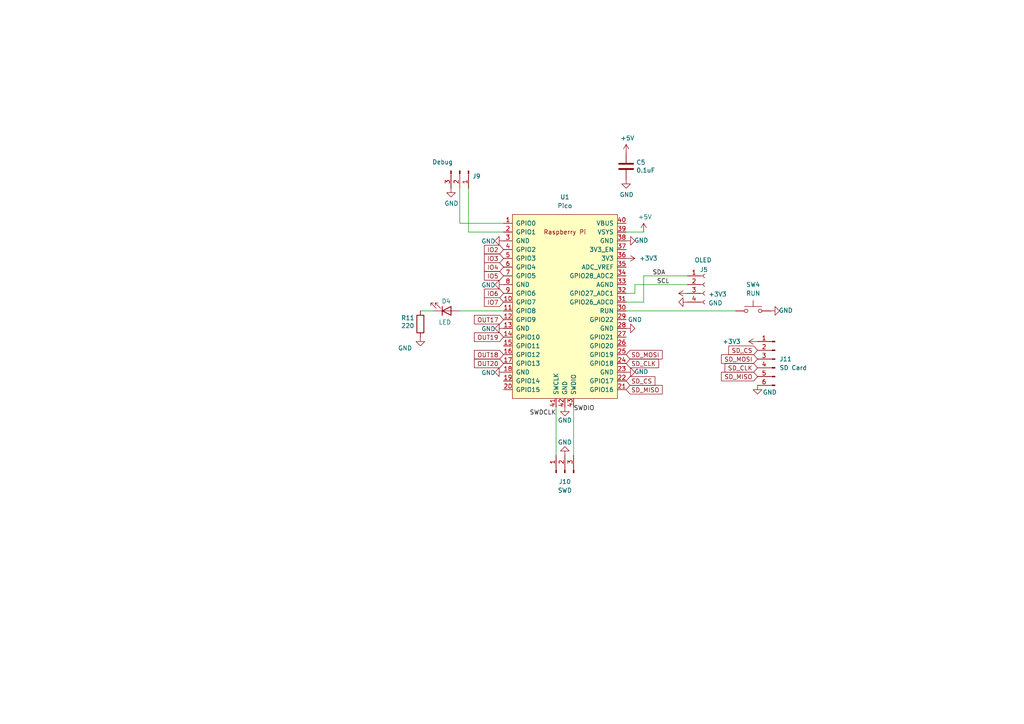
<source format=kicad_sch>
(kicad_sch (version 20230121) (generator eeschema)
  (paper "A4")
  (title_block (title "Button Station") (date "2023-09-23") (rev "v1"))
  (lib_symbols
    (symbol "Connector:Conn_01x03_Male" (pin_names (offset 1.016) hide)
      (property "Reference" "J" (at 0 5.08 0))
      (property "Value" "Conn_01x03_Male" (at 0 -5.08 0))
      (symbol "Conn_01x03_Male_1_1"
        (polyline (pts (xy 1.27 -2.54) (xy 0.8636 -2.54)) (stroke (width 0.1524)))
        (polyline (pts (xy 1.27 0) (xy 0.8636 0)) (stroke (width 0.1524)))
        (polyline (pts (xy 1.27 2.54) (xy 0.8636 2.54)) (stroke (width 0.1524)))
        (rectangle (start 0.8636 -2.413) (end 0 -2.667) (stroke (width 0.1524)) (fill (type outline)))
        (rectangle (start 0.8636 0.127) (end 0 -0.127) (stroke (width 0.1524)) (fill (type outline)))
        (rectangle (start 0.8636 2.667) (end 0 2.413) (stroke (width 0.1524)) (fill (type outline)))
        (pin passive line (at 5.08 2.54 180) (length 3.81) (name "Pin_1") (number "1"))
        (pin passive line (at 5.08 0 180) (length 3.81) (name "Pin_2") (number "2"))
        (pin passive line (at 5.08 -2.54 180) (length 3.81) (name "Pin_3") (number "3"))
      )
    )
    (symbol "Connector:Conn_01x03_Pin" (pin_names (offset 1.016) hide)
      (property "Reference" "J" (at 0 5.08 0))
      (property "Value" "Conn_01x03_Pin" (at 0 -5.08 0))
      (symbol "Conn_01x03_Pin_1_1"
        (polyline (pts (xy 1.27 -2.54) (xy 0.8636 -2.54)) (stroke (width 0.1524)))
        (polyline (pts (xy 1.27 0) (xy 0.8636 0)) (stroke (width 0.1524)))
        (polyline (pts (xy 1.27 2.54) (xy 0.8636 2.54)) (stroke (width 0.1524)))
        (rectangle (start 0.8636 -2.413) (end 0 -2.667) (stroke (width 0.1524)) (fill (type outline)))
        (rectangle (start 0.8636 0.127) (end 0 -0.127) (stroke (width 0.1524)) (fill (type outline)))
        (rectangle (start 0.8636 2.667) (end 0 2.413) (stroke (width 0.1524)) (fill (type outline)))
        (pin passive line (at 5.08 2.54 180) (length 3.81) (name "Pin_1") (number "1"))
        (pin passive line (at 5.08 0 180) (length 3.81) (name "Pin_2") (number "2"))
        (pin passive line (at 5.08 -2.54 180) (length 3.81) (name "Pin_3") (number "3"))
      )
    )
    (symbol "Connector:Conn_01x04_Female" (pin_names (offset 1.016) hide)
      (property "Reference" "J" (at 0 5.08 0))
      (property "Value" "Conn_01x04_Female" (at 0 -7.62 0))
      (symbol "Conn_01x04_Female_1_1"
        (arc (start 0 -4.572) (mid -0.5058 -5.08) (end 0 -5.588) (stroke (width 0.1524)))
        (arc (start 0 -2.032) (mid -0.5058 -2.54) (end 0 -3.048) (stroke (width 0.1524)))
        (polyline (pts (xy -1.27 -5.08) (xy -0.508 -5.08)) (stroke (width 0.1524)))
        (polyline (pts (xy -1.27 -2.54) (xy -0.508 -2.54)) (stroke (width 0.1524)))
        (polyline (pts (xy -1.27 0) (xy -0.508 0)) (stroke (width 0.1524)))
        (polyline (pts (xy -1.27 2.54) (xy -0.508 2.54)) (stroke (width 0.1524)))
        (arc (start 0 0.508) (mid -0.5058 0) (end 0 -0.508) (stroke (width 0.1524)))
        (arc (start 0 3.048) (mid -0.5058 2.54) (end 0 2.032) (stroke (width 0.1524)))
        (pin passive line (at -5.08 2.54 0) (length 3.81) (name "Pin_1") (number "1"))
        (pin passive line (at -5.08 0 0) (length 3.81) (name "Pin_2") (number "2"))
        (pin passive line (at -5.08 -2.54 0) (length 3.81) (name "Pin_3") (number "3"))
        (pin passive line (at -5.08 -5.08 0) (length 3.81) (name "Pin_4") (number "4"))
      )
    )
    (symbol "Connector:Conn_01x06_Pin" (pin_names (offset 1.016) hide)
      (property "Reference" "J" (at 0 7.62 0))
      (property "Value" "Conn_01x06_Pin" (at 0 -10.16 0))
      (symbol "Conn_01x06_Pin_1_1"
        (polyline (pts (xy 1.27 -7.62) (xy 0.8636 -7.62)) (stroke (width 0.1524)))
        (polyline (pts (xy 1.27 -5.08) (xy 0.8636 -5.08)) (stroke (width 0.1524)))
        (polyline (pts (xy 1.27 -2.54) (xy 0.8636 -2.54)) (stroke (width 0.1524)))
        (polyline (pts (xy 1.27 0) (xy 0.8636 0)) (stroke (width 0.1524)))
        (polyline (pts (xy 1.27 2.54) (xy 0.8636 2.54)) (stroke (width 0.1524)))
        (polyline (pts (xy 1.27 5.08) (xy 0.8636 5.08)) (stroke (width 0.1524)))
        (rectangle (start 0.8636 -7.493) (end 0 -7.747) (stroke (width 0.1524)) (fill (type outline)))
        (rectangle (start 0.8636 -4.953) (end 0 -5.207) (stroke (width 0.1524)) (fill (type outline)))
        (rectangle (start 0.8636 -2.413) (end 0 -2.667) (stroke (width 0.1524)) (fill (type outline)))
        (rectangle (start 0.8636 0.127) (end 0 -0.127) (stroke (width 0.1524)) (fill (type outline)))
        (rectangle (start 0.8636 2.667) (end 0 2.413) (stroke (width 0.1524)) (fill (type outline)))
        (rectangle (start 0.8636 5.207) (end 0 4.953) (stroke (width 0.1524)) (fill (type outline)))
        (pin passive line (at 5.08 5.08 180) (length 3.81) (name "Pin_1") (number "1"))
        (pin passive line (at 5.08 2.54 180) (length 3.81) (name "Pin_2") (number "2"))
        (pin passive line (at 5.08 0 180) (length 3.81) (name "Pin_3") (number "3"))
        (pin passive line (at 5.08 -2.54 180) (length 3.81) (name "Pin_4") (number "4"))
        (pin passive line (at 5.08 -5.08 180) (length 3.81) (name "Pin_5") (number "5"))
        (pin passive line (at 5.08 -7.62 180) (length 3.81) (name "Pin_6") (number "6"))
      )
    )
    (symbol "Device:C" (pin_numbers hide) (pin_names (offset 0.254))
      (property "Reference" "C" (at 0.635 2.54 0))
      (property "Value" "C" (at 0.635 -2.54 0))
      (symbol "C_0_1"
        (polyline (pts (xy -2.032 -0.762) (xy 2.032 -0.762)) (stroke (width 0.508)))
        (polyline (pts (xy -2.032 0.762) (xy 2.032 0.762)) (stroke (width 0.508)))
      )
      (symbol "C_1_1"
        (pin passive line (at 0 3.81 270) (length 2.794) (name "~") (number "1"))
        (pin passive line (at 0 -3.81 90) (length 2.794) (name "~") (number "2"))
      )
    )
    (symbol "Device:LED" (pin_numbers hide) (pin_names (offset 1.016) hide)
      (property "Reference" "D" (at 0 2.54 0))
      (property "Value" "LED" (at 0 -2.54 0))
      (symbol "LED_0_1"
        (polyline (pts (xy -1.27 -1.27) (xy -1.27 1.27)) (stroke (width 0.254)))
        (polyline (pts (xy -1.27 0) (xy 1.27 0)))
        (polyline (pts (xy 1.27 -1.27) (xy 1.27 1.27) (xy -1.27 0) (xy 1.27 -1.27)) (stroke (width 0.254)))
        (polyline (pts (xy -3.048 -0.762) (xy -4.572 -2.286) (xy -3.81 -2.286) (xy -4.572 -2.286) (xy -4.572 -1.524)))
        (polyline (pts (xy -1.778 -0.762) (xy -3.302 -2.286) (xy -2.54 -2.286) (xy -3.302 -2.286) (xy -3.302 -1.524)))
      )
      (symbol "LED_1_1"
        (pin passive line (at -3.81 0 0) (length 2.54) (name "K") (number "1"))
        (pin passive line (at 3.81 0 180) (length 2.54) (name "A") (number "2"))
      )
    )
    (symbol "Device:R" (pin_numbers hide) (pin_names (offset 0))
      (property "Reference" "R" (at 2.032 0 90))
      (property "Value" "R" (at 0 0 90))
      (symbol "R_0_1"
        (rectangle (start -1.016 -2.54) (end 1.016 2.54) (stroke (width 0.254)))
      )
      (symbol "R_1_1"
        (pin passive line (at 0 3.81 270) (length 1.27) (name "~") (number "1"))
        (pin passive line (at 0 -3.81 90) (length 1.27) (name "~") (number "2"))
      )
    )
    (symbol "MCU_RaspberryPi_and_Boards:Pico" (pin_names (offset 1.016))
      (property "Reference" "U" (at -13.97 27.94 0))
      (property "Value" "Pico" (at 0 19.05 0))
      (symbol "Pico_0_0"
        (text "Raspberry Pi" (at 0 21.59 0) (effects (font (size 1.27 1.27))))
      )
      (symbol "Pico_0_1"
        (rectangle (start -15.24 26.67) (end 15.24 -26.67) (fill (type background)))
      )
      (symbol "Pico_1_1"
        (pin bidirectional line (at -17.78 24.13 0) (length 2.54) (name "GPIO0") (number "1"))
        (pin bidirectional line (at -17.78 1.27 0) (length 2.54) (name "GPIO7") (number "10"))
        (pin bidirectional line (at -17.78 -1.27 0) (length 2.54) (name "GPIO8") (number "11"))
        (pin bidirectional line (at -17.78 -3.81 0) (length 2.54) (name "GPIO9") (number "12"))
        (pin power_in line (at -17.78 -6.35 0) (length 2.54) (name "GND") (number "13"))
        (pin bidirectional line (at -17.78 -8.89 0) (length 2.54) (name "GPIO10") (number "14"))
        (pin bidirectional line (at -17.78 -11.43 0) (length 2.54) (name "GPIO11") (number "15"))
        (pin bidirectional line (at -17.78 -13.97 0) (length 2.54) (name "GPIO12") (number "16"))
        (pin bidirectional line (at -17.78 -16.51 0) (length 2.54) (name "GPIO13") (number "17"))
        (pin power_in line (at -17.78 -19.05 0) (length 2.54) (name "GND") (number "18"))
        (pin bidirectional line (at -17.78 -21.59 0) (length 2.54) (name "GPIO14") (number "19"))
        (pin bidirectional line (at -17.78 21.59 0) (length 2.54) (name "GPIO1") (number "2"))
        (pin bidirectional line (at -17.78 -24.13 0) (length 2.54) (name "GPIO15") (number "20"))
        (pin bidirectional line (at 17.78 -24.13 180) (length 2.54) (name "GPIO16") (number "21"))
        (pin bidirectional line (at 17.78 -21.59 180) (length 2.54) (name "GPIO17") (number "22"))
        (pin power_in line (at 17.78 -19.05 180) (length 2.54) (name "GND") (number "23"))
        (pin bidirectional line (at 17.78 -16.51 180) (length 2.54) (name "GPIO18") (number "24"))
        (pin bidirectional line (at 17.78 -13.97 180) (length 2.54) (name "GPIO19") (number "25"))
        (pin bidirectional line (at 17.78 -11.43 180) (length 2.54) (name "GPIO20") (number "26"))
        (pin bidirectional line (at 17.78 -8.89 180) (length 2.54) (name "GPIO21") (number "27"))
        (pin power_in line (at 17.78 -6.35 180) (length 2.54) (name "GND") (number "28"))
        (pin bidirectional line (at 17.78 -3.81 180) (length 2.54) (name "GPIO22") (number "29"))
        (pin power_in line (at -17.78 19.05 0) (length 2.54) (name "GND") (number "3"))
        (pin input line (at 17.78 -1.27 180) (length 2.54) (name "RUN") (number "30"))
        (pin bidirectional line (at 17.78 1.27 180) (length 2.54) (name "GPIO26_ADC0") (number "31"))
        (pin bidirectional line (at 17.78 3.81 180) (length 2.54) (name "GPIO27_ADC1") (number "32"))
        (pin power_in line (at 17.78 6.35 180) (length 2.54) (name "AGND") (number "33"))
        (pin bidirectional line (at 17.78 8.89 180) (length 2.54) (name "GPIO28_ADC2") (number "34"))
        (pin unspecified line (at 17.78 11.43 180) (length 2.54) (name "ADC_VREF") (number "35"))
        (pin unspecified line (at 17.78 13.97 180) (length 2.54) (name "3V3") (number "36"))
        (pin input line (at 17.78 16.51 180) (length 2.54) (name "3V3_EN") (number "37"))
        (pin bidirectional line (at 17.78 19.05 180) (length 2.54) (name "GND") (number "38"))
        (pin unspecified line (at 17.78 21.59 180) (length 2.54) (name "VSYS") (number "39"))
        (pin bidirectional line (at -17.78 16.51 0) (length 2.54) (name "GPIO2") (number "4"))
        (pin unspecified line (at 17.78 24.13 180) (length 2.54) (name "VBUS") (number "40"))
        (pin input line (at -2.54 -29.21 90) (length 2.54) (name "SWCLK") (number "41"))
        (pin power_in line (at 0 -29.21 90) (length 2.54) (name "GND") (number "42"))
        (pin bidirectional line (at 2.54 -29.21 90) (length 2.54) (name "SWDIO") (number "43"))
        (pin bidirectional line (at -17.78 13.97 0) (length 2.54) (name "GPIO3") (number "5"))
        (pin bidirectional line (at -17.78 11.43 0) (length 2.54) (name "GPIO4") (number "6"))
        (pin bidirectional line (at -17.78 8.89 0) (length 2.54) (name "GPIO5") (number "7"))
        (pin power_in line (at -17.78 6.35 0) (length 2.54) (name "GND") (number "8"))
        (pin bidirectional line (at -17.78 3.81 0) (length 2.54) (name "GPIO6") (number "9"))
      )
    )
    (symbol "Switch:SW_Push" (pin_numbers hide) (pin_names (offset 1.016) hide)
      (property "Reference" "SW" (at 1.27 2.54 0))
      (property "Value" "SW_Push" (at 0 -1.524 0))
      (symbol "SW_Push_0_1"
        (circle (center -2.032 0) (radius 0.508))
        (polyline (pts (xy 0 1.27) (xy 0 3.048)))
        (polyline (pts (xy 2.54 1.27) (xy -2.54 1.27)))
        (circle (center 2.032 0) (radius 0.508))
        (pin passive line (at -5.08 0 0) (length 2.54) (name "1") (number "1"))
        (pin passive line (at 5.08 0 180) (length 2.54) (name "2") (number "2"))
      )
    )
    (symbol "power:+3.3V" (power) (pin_names (offset 0))
      (property "Value" "+3.3V" (at 0 3.556 0))
      (symbol "+3.3V_0_1"
        (polyline (pts (xy -0.762 1.27) (xy 0 2.54)))
        (polyline (pts (xy 0 0) (xy 0 2.54)))
        (polyline (pts (xy 0 2.54) (xy 0.762 1.27)))
      )
      (symbol "+3.3V_1_1"
        (pin power_in line (at 0 0 90) (length 0) hide (name "+3V3") (number "1"))
      )
    )
    (symbol "power:+5V" (power) (pin_names (offset 0))
      (property "Value" "+5V" (at 0 3.556 0))
      (symbol "+5V_0_1"
        (polyline (pts (xy -0.762 1.27) (xy 0 2.54)))
        (polyline (pts (xy 0 0) (xy 0 2.54)))
        (polyline (pts (xy 0 2.54) (xy 0.762 1.27)))
      )
      (symbol "+5V_1_1"
        (pin power_in line (at 0 0 90) (length 0) hide (name "+5V") (number "1"))
      )
    )
    (symbol "power:GND" (power) (pin_names (offset 0))
      (property "Value" "GND" (at 0 -3.81 0))
      (symbol "GND_0_1"
        (polyline (pts (xy 0 0) (xy 0 -1.27) (xy 1.27 -1.27) (xy 0 -2.54) (xy -1.27 -1.27) (xy 0 -1.27)))
      )
      (symbol "GND_1_1"
        (pin power_in line (at 0 0 270) (length 0) hide (name "GND") (number "1"))
      )
    )
  )
  (wire (pts (xy 184.15 82.55) (xy 184.15 85.09)))
  (wire (pts (xy 199.39 80.01) (xy 186.69 80.01)))
  (wire (pts (xy 133.35 90.17) (xy 146.05 90.17)))
  (wire (pts (xy 184.15 82.55) (xy 199.39 82.55)))
  (wire (pts (xy 186.69 87.63) (xy 181.61 87.63)))
  (wire (pts (xy 184.15 85.09) (xy 181.61 85.09)))
  (wire (pts (xy 161.29 118.11) (xy 161.29 132.08)))
  (wire (pts (xy 186.69 80.01) (xy 186.69 87.63)))
  (wire (pts (xy 133.35 64.77) (xy 146.05 64.77)))
  (wire (pts (xy 166.37 132.08) (xy 166.37 118.11)))
  (wire (pts (xy 181.61 90.17) (xy 213.36 90.17)))
  (wire (pts (xy 181.61 67.31) (xy 186.69 67.31)))
  (wire (pts (xy 121.92 90.17) (xy 125.73 90.17)))
  (wire (pts (xy 135.89 54.61) (xy 135.89 67.31)))
  (wire (pts (xy 133.35 54.61) (xy 133.35 64.77)))
  (wire (pts (xy 146.05 67.31) (xy 135.89 67.31)))
  (label "SDA" (at 189.23 80.01 0))
  (label "SWDIO" (at 166.37 119.38 0))
  (label "SWDCLK" (at 161.29 120.65 180))
  (label "SCL" (at 190.5 82.55 0))
  (global_label "SD_MOSI" (shape input) (at 181.61 102.87 0) (property "Intersheetrefs" "${INTERSHEET_REFS}" (effects hide)))
  (global_label "IO7" (shape input) (at 146.05 87.63 180) (property "Intersheetrefs" "${INTERSHEET_REFS}" (effects hide)))
  (global_label "SD_MOSI" (shape input) (at 219.71 104.14 180) (property "Intersheetrefs" "${INTERSHEET_REFS}" (effects hide)))
  (global_label "SD_MISO" (shape input) (at 181.61 113.03 0) (property "Intersheetrefs" "${INTERSHEET_REFS}" (effects hide)))
  (global_label "IO6" (shape input) (at 146.05 85.09 180) (property "Intersheetrefs" "${INTERSHEET_REFS}" (effects hide)))
  (global_label "OUT19" (shape input) (at 146.05 97.79 180) (property "Intersheetrefs" "${INTERSHEET_REFS}" (effects hide)))
  (global_label "OUT20" (shape input) (at 146.05 105.41 180) (property "Intersheetrefs" "${INTERSHEET_REFS}" (effects hide)))
  (global_label "SD_CLK" (shape input) (at 181.61 105.41 0) (property "Intersheetrefs" "${INTERSHEET_REFS}" (effects hide)))
  (global_label "OUT18" (shape input) (at 146.05 102.87 180) (property "Intersheetrefs" "${INTERSHEET_REFS}" (effects hide)))
  (global_label "SD_CS" (shape input) (at 219.71 101.6 180) (property "Intersheetrefs" "${INTERSHEET_REFS}" (effects hide)))
  (global_label "SD_CLK" (shape input) (at 219.71 106.68 180) (property "Intersheetrefs" "${INTERSHEET_REFS}" (effects hide)))
  (global_label "IO5" (shape input) (at 146.05 80.01 180) (property "Intersheetrefs" "${INTERSHEET_REFS}" (effects hide)))
  (global_label "IO3" (shape input) (at 146.05 74.93 180) (property "Intersheetrefs" "${INTERSHEET_REFS}" (effects hide)))
  (global_label "SD_MISO" (shape input) (at 219.71 109.22 180) (property "Intersheetrefs" "${INTERSHEET_REFS}" (effects hide)))
  (global_label "IO2" (shape input) (at 146.05 72.39 180) (property "Intersheetrefs" "${INTERSHEET_REFS}" (effects hide)))
  (global_label "SD_CS" (shape input) (at 181.61 110.49 0) (property "Intersheetrefs" "${INTERSHEET_REFS}" (effects hide)))
  (global_label "OUT17" (shape input) (at 146.05 92.71 180) (property "Intersheetrefs" "${INTERSHEET_REFS}" (effects hide)))
  (global_label "IO4" (shape input) (at 146.05 77.47 180) (property "Intersheetrefs" "${INTERSHEET_REFS}" (effects hide)))
  (symbol (lib_id "power:GND") (at 163.83 118.11 0) (unit 1)
    (property "Reference" "#PWR0111" (effects hide))
    (property "Value" "GND" (at 163.83 121.92 0))
  )
  (symbol (lib_id "power:GND") (at 181.61 69.85 90) (unit 1)
    (property "Reference" "#PWR026" (effects hide))
    (property "Value" "GND" (at 186.0042 69.723 90))
  )
  (symbol (lib_id "power:GND") (at 146.05 107.95 270) (unit 1)
    (property "Reference" "#PWR025" (effects hide))
    (property "Value" "GND" (at 141.6558 108.077 90))
  )
  (symbol (lib_id "Device:R") (at 121.92 93.98 0) (unit 1)
    (property "Reference" "R11" (at 116.332 92.202 0) (effects (justify left)))
    (property "Value" "220" (at 116.332 94.488 0) (effects (justify left)))
    (property "Footprint" "Resistor_SMD:R_0603_1608Metric_Pad0.98x0.95mm_HandSolder" (effects hide))
    (property "Digi-Key_PN" "RMCF0603FT220RTR-ND" (effects hide))
    (property "LCSC_PN" "C22962" (effects hide))
    (property "MPN" "RMCF0603FT220R" (effects hide))
  )
  (symbol (lib_id "power:GND") (at 163.83 132.08 180) (unit 1)
    (property "Reference" "#PWR035" (effects hide))
    (property "Value" "GND" (at 163.83 128.27 0))
  )
  (symbol (lib_id "MCU_RaspberryPi_and_Boards:Pico") (at 163.83 88.9 0) (unit 1)
    (property "Reference" "U1" (at 163.83 57.15 0))
    (property "Value" "Pico" (at 163.83 59.69 0))
    (property "Footprint" "MCU_RaspberryPi_and_Boards:RPi_Pico_SMD_TH" (effects hide))
    (property "Digi-Key_PN" "SC0915" (effects hide))
    (property "MPN" "2648-SC0915CT-ND" (effects hide))
  )
  (symbol (lib_id "power:+3.3V") (at 181.61 74.93 270) (unit 1)
    (property "Reference" "#PWR027" (effects hide))
    (property "Value" "+3.3V" (at 185.42 74.9299 90) (effects (justify left)))
  )
  (symbol (lib_id "power:+5V") (at 181.61 44.45 0) (unit 1)
    (property "Reference" "#PWR0105" (effects hide))
    (property "Value" "+5V" (at 181.991 40.0558 0))
  )
  (symbol (lib_id "power:GND") (at 130.81 54.61 0) (unit 1)
    (property "Reference" "#PWR0110" (effects hide))
    (property "Value" "GND" (at 130.937 59.0042 0))
  )
  (symbol (lib_id "power:GND") (at 199.39 87.63 270) (unit 1)
    (property "Reference" "#PWR031" (effects hide))
    (property "Value" "GND" (at 207.518 87.884 90))
  )
  (symbol (lib_id "power:GND") (at 181.61 107.95 90) (unit 1)
    (property "Reference" "#PWR029" (effects hide))
    (property "Value" "GND" (at 186.0042 107.823 90))
  )
  (symbol (lib_id "power:GND") (at 219.71 111.76 0) (unit 1)
    (property "Reference" "#PWR034" (effects hide))
    (property "Value" "GND" (at 223.266 113.792 0))
  )
  (symbol (lib_id "power:GND") (at 146.05 82.55 270) (unit 1)
    (property "Reference" "#PWR010" (effects hide))
    (property "Value" "GND" (at 141.6558 82.677 90))
  )
  (symbol (lib_id "power:GND") (at 146.05 69.85 270) (unit 1)
    (property "Reference" "#PWR09" (effects hide))
    (property "Value" "GND" (at 141.6558 69.977 90))
  )
  (symbol (lib_id "power:GND") (at 181.61 95.25 90) (unit 1)
    (property "Reference" "#PWR028" (effects hide))
    (property "Value" "GND" (at 184.15 92.71 90))
  )
  (symbol (lib_id "Connector:Conn_01x03_Pin") (at 163.83 137.16 90) (unit 1)
    (property "Reference" "J10" (at 163.83 139.7 90))
    (property "Value" "SWD" (at 163.83 142.24 90))
    (property "Footprint" "Scotts:1x03_Horizontal_SMD" (effects hide))
  )
  (symbol (lib_id "power:GND") (at 121.92 97.79 0) (unit 1)
    (property "Reference" "#PWR08" (effects hide))
    (property "Value" "GND" (at 117.475 100.965 0))
  )
  (symbol (lib_id "Switch:SW_Push") (at 218.44 90.17 0) (unit 1)
    (property "Reference" "SW4" (at 218.44 82.55 0))
    (property "Value" "RUN" (at 218.44 85.09 0))
    (property "Footprint" "Button_Switch_SMD:SW_Push_1P1T_NO_6x6mm_H9.5mm" (effects hide))
    (property "Digi-Key_PN" "CKN9088CT-ND" (effects hide))
    (property "LCSC_PN" "C127509" (effects hide))
    (property "MPN" "PTS645SL50SMTR92 LFS" (effects hide))
  )
  (symbol (lib_id "power:+3.3V") (at 219.71 99.06 90) (unit 1)
    (property "Reference" "#PWR024" (effects hide))
    (property "Value" "+3.3V" (at 209.55 99.06 90) (effects (justify right)))
  )
  (symbol (lib_id "Connector:Conn_01x03_Male") (at 133.35 49.53 270) (unit 1)
    (property "Reference" "J9" (at 137.0076 51.1048 90) (effects (justify left)))
    (property "Value" "Debug" (at 125.349 46.99 90) (effects (justify left)))
    (property "Footprint" "Connector_PinHeader_2.54mm:PinHeader_1x03_P2.54mm_Vertical" (effects hide))
    (property "Digi-Key_PN" "732-5316-ND" (effects hide))
    (property "MPN" "61300311121" (effects hide))
    (property "LCSC_PN" "C49257" (effects hide))
  )
  (symbol (lib_id "power:GND") (at 181.61 52.07 0) (unit 1)
    (property "Reference" "#PWR0104" (effects hide))
    (property "Value" "GND" (at 181.737 56.4642 0))
  )
  (symbol (lib_id "Device:LED") (at 129.54 90.17 0) (mirror x) (unit 1)
    (property "Reference" "D4" (at 129.413 87.376 0))
    (property "Value" "LED" (at 129.032 93.472 0))
    (property "Footprint" "LED_SMD:LED_0603_1608Metric_Pad1.05x0.95mm_HandSolder" (effects hide))
    (property "Digi-Key_PN" "732-4984-1-ND" (effects hide))
    (property "LCSC_PN" "C2286" (effects hide))
    (property "MPN" "150080RS75000" (effects hide))
  )
  (symbol (lib_id "Connector:Conn_01x06_Pin") (at 224.79 104.14 0) (mirror y) (unit 1)
    (property "Reference" "J11" (at 226.06 104.14 0) (effects (justify right)))
    (property "Value" "SD Card" (at 226.06 106.68 0) (effects (justify right)))
    (property "Footprint" "Connector_PinHeader_2.54mm:PinHeader_1x06_P2.54mm_Vertical" (effects hide))
  )
  (symbol (lib_id "power:GND") (at 223.52 90.17 90) (unit 1)
    (property "Reference" "#PWR0109" (effects hide))
    (property "Value" "GND" (at 227.9142 90.043 90))
  )
  (symbol (lib_id "Device:C") (at 181.61 48.26 0) (unit 1)
    (property "Reference" "C5" (at 184.531 47.0916 0) (effects (justify left)))
    (property "Value" "0.1uF" (at 184.531 49.403 0) (effects (justify left)))
    (property "Footprint" "Capacitor_SMD:C_0603_1608Metric_Pad1.08x0.95mm_HandSolder" (effects hide))
    (property "Digi-Key_PN" "1276-1935-2-ND" (effects hide))
    (property "MPN" "CL10B104KB8NNWC" (effects hide))
    (property "LCSC_PN" "C14663" (effects hide))
  )
  (symbol (lib_id "Connector:Conn_01x04_Female") (at 204.47 82.55 0) (unit 1)
    (property "Reference" "J5" (at 202.946 78.232 0) (effects (justify left)))
    (property "Value" "OLED" (at 201.422 75.438 0) (effects (justify left)))
    (property "Footprint" "OLED-SSD1306-128X64-I2C:OLED-SSD1306-128X64-I2C-THT" (effects hide))
    (property "Digi-Key_PN" "S7002-ND" (effects hide))
    (property "LCSC_PN" "C225501" (effects hide))
    (property "MPN" "PPTC041LFBN-RC" (effects hide))
  )
  (symbol (lib_id "power:+3.3V") (at 199.39 85.09 90) (unit 1)
    (property "Reference" "#PWR030" (effects hide))
    (property "Value" "+3.3V" (at 205.486 85.344 90) (effects (justify right)))
  )
  (symbol (lib_id "power:GND") (at 146.05 95.25 270) (unit 1)
    (property "Reference" "#PWR017" (effects hide))
    (property "Value" "GND" (at 141.6558 95.377 90))
  )
  (symbol (lib_id "power:+5V") (at 186.69 67.31 0) (unit 1)
    (property "Reference" "#PWR06" (effects hide))
    (property "Value" "+5V" (at 187.071 62.9158 0))
  )
)
</source>
